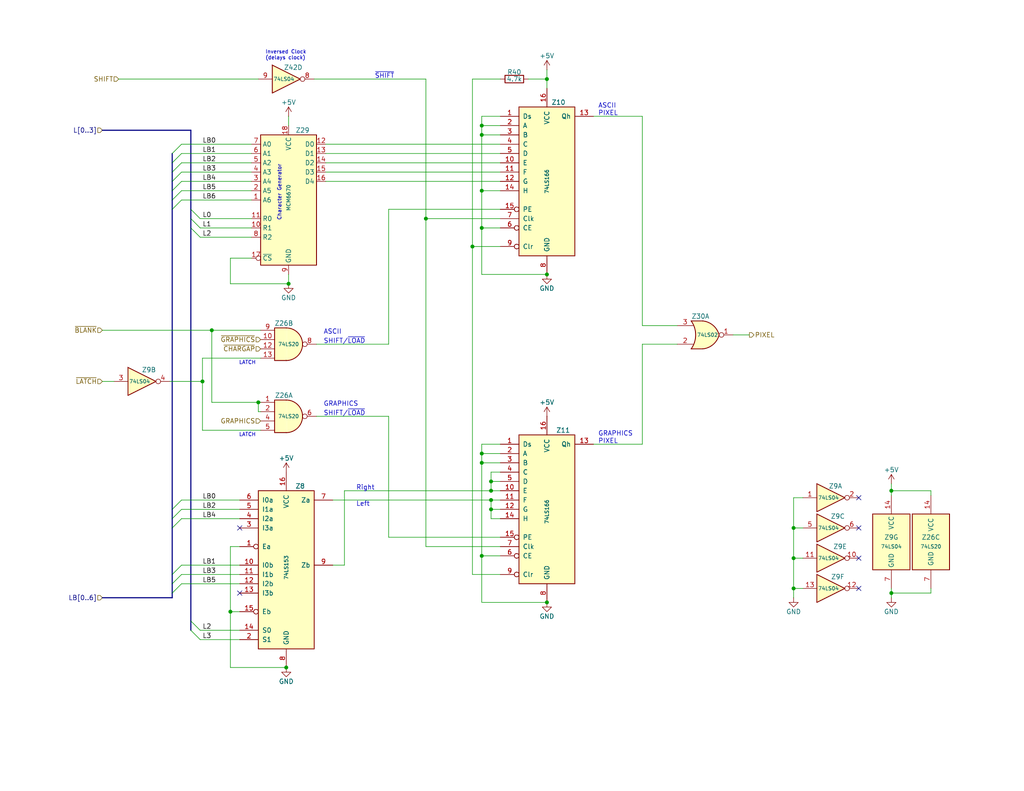
<source format=kicad_sch>
(kicad_sch (version 20231120) (generator "eeschema") (generator_version "8.0")
  (paper "USLetter")
  (title_block (title "TRS-80 Model I Rev A") (date "2024-11-20") (rev "E1A-A") (company "RetroStack - Marcel Erz") (comment 2 "Video generator for text and block graphics through 7th bit selection") (comment 4 "Video Generator"))
  (lib_symbols
    (symbol "74xx:74LS02" (pin_names (offset 1.016))
      (property "Reference" "U" (at 0 1.27 0))
      (property "Value" "74LS02" (at 0 -1.27 0))
      (symbol "74LS02_1_1"
        (arc (start -3.81 -3.81) (mid -2.589 0) (end -3.81 3.81) (stroke (width 0.254)))
        (arc (start -0.6096 -3.81) (mid 2.1842 -2.5851) (end 3.81 0) (stroke (width 0.254)) (fill (type background)))
        (polyline (pts (xy -3.81 -3.81) (xy -0.635 -3.81)) (stroke (width 0.254)) (fill (type background)))
        (polyline (pts (xy -3.81 3.81) (xy -0.635 3.81)) (stroke (width 0.254)) (fill (type background)))
        (polyline (pts (xy -0.635 3.81) (xy -3.81 3.81) (xy -3.81 3.81) (xy -3.556 3.4036) (xy -3.0226 2.2606) (xy -2.6924 1.0414) (xy -2.6162 -0.254) (xy -2.7686 -1.4986) (xy -3.175 -2.7178) (xy -3.81 -3.81) (xy -3.81 -3.81) (xy -0.635 -3.81)) (stroke (width -25.4)) (fill (type background)))
        (arc (start 3.81 0) (mid 2.1915 2.5936) (end -0.6096 3.81) (stroke (width 0.254)) (fill (type background)))
        (pin output inverted (at 7.62 0 180) (length 3.81) (name "~") (number "1"))
        (pin input line (at -7.62 2.54 0) (length 4.318) (name "~") (number "2"))
        (pin input line (at -7.62 -2.54 0) (length 4.318) (name "~") (number "3"))
      )
      (symbol "74LS02_1_2"
        (arc (start 0 -3.81) (mid 3.7934 0) (end 0 3.81) (stroke (width 0.254)) (fill (type background)))
        (polyline (pts (xy 0 3.81) (xy -3.81 3.81) (xy -3.81 -3.81) (xy 0 -3.81)) (stroke (width 0.254)) (fill (type background)))
        (pin output line (at 7.62 0 180) (length 3.81) (name "~") (number "1"))
        (pin input inverted (at -7.62 2.54 0) (length 3.81) (name "~") (number "2"))
        (pin input inverted (at -7.62 -2.54 0) (length 3.81) (name "~") (number "3"))
      )
      (symbol "74LS02_2_1"
        (arc (start -3.81 -3.81) (mid -2.589 0) (end -3.81 3.81) (stroke (width 0.254)))
        (arc (start -0.6096 -3.81) (mid 2.1842 -2.5851) (end 3.81 0) (stroke (width 0.254)) (fill (type background)))
        (polyline (pts (xy -3.81 -3.81) (xy -0.635 -3.81)) (stroke (width 0.254)) (fill (type background)))
        (polyline (pts (xy -3.81 3.81) (xy -0.635 3.81)) (stroke (width 0.254)) (fill (type background)))
        (polyline (pts (xy -0.635 3.81) (xy -3.81 3.81) (xy -3.81 3.81) (xy -3.556 3.4036) (xy -3.0226 2.2606) (xy -2.6924 1.0414) (xy -2.6162 -0.254) (xy -2.7686 -1.4986) (xy -3.175 -2.7178) (xy -3.81 -3.81) (xy -3.81 -3.81) (xy -0.635 -3.81)) (stroke (width -25.4)) (fill (type background)))
        (arc (start 3.81 0) (mid 2.1915 2.5936) (end -0.6096 3.81) (stroke (width 0.254)) (fill (type background)))
        (pin output inverted (at 7.62 0 180) (length 3.81) (name "~") (number "4"))
        (pin input line (at -7.62 2.54 0) (length 4.318) (name "~") (number "5"))
        (pin input line (at -7.62 -2.54 0) (length 4.318) (name "~") (number "6"))
      )
      (symbol "74LS02_2_2"
        (arc (start 0 -3.81) (mid 3.7934 0) (end 0 3.81) (stroke (width 0.254)) (fill (type background)))
        (polyline (pts (xy 0 3.81) (xy -3.81 3.81) (xy -3.81 -3.81) (xy 0 -3.81)) (stroke (width 0.254)) (fill (type background)))
        (pin output line (at 7.62 0 180) (length 3.81) (name "~") (number "4"))
        (pin input inverted (at -7.62 2.54 0) (length 3.81) (name "~") (number "5"))
        (pin input inverted (at -7.62 -2.54 0) (length 3.81) (name "~") (number "6"))
      )
      (symbol "74LS02_3_1"
        (arc (start -3.81 -3.81) (mid -2.589 0) (end -3.81 3.81) (stroke (width 0.254)))
        (arc (start -0.6096 -3.81) (mid 2.1842 -2.5851) (end 3.81 0) (stroke (width 0.254)) (fill (type background)))
        (polyline (pts (xy -3.81 -3.81) (xy -0.635 -3.81)) (stroke (width 0.254)) (fill (type background)))
        (polyline (pts (xy -3.81 3.81) (xy -0.635 3.81)) (stroke (width 0.254)) (fill (type background)))
        (polyline (pts (xy -0.635 3.81) (xy -3.81 3.81) (xy -3.81 3.81) (xy -3.556 3.4036) (xy -3.0226 2.2606) (xy -2.6924 1.0414) (xy -2.6162 -0.254) (xy -2.7686 -1.4986) (xy -3.175 -2.7178) (xy -3.81 -3.81) (xy -3.81 -3.81) (xy -0.635 -3.81)) (stroke (width -25.4)) (fill (type background)))
        (arc (start 3.81 0) (mid 2.1915 2.5936) (end -0.6096 3.81) (stroke (width 0.254)) (fill (type background)))
        (pin output inverted (at 7.62 0 180) (length 3.81) (name "~") (number "10"))
        (pin input line (at -7.62 2.54 0) (length 4.318) (name "~") (number "8"))
        (pin input line (at -7.62 -2.54 0) (length 4.318) (name "~") (number "9"))
      )
      (symbol "74LS02_3_2"
        (arc (start 0 -3.81) (mid 3.7934 0) (end 0 3.81) (stroke (width 0.254)) (fill (type background)))
        (polyline (pts (xy 0 3.81) (xy -3.81 3.81) (xy -3.81 -3.81) (xy 0 -3.81)) (stroke (width 0.254)) (fill (type background)))
        (pin output line (at 7.62 0 180) (length 3.81) (name "~") (number "10"))
        (pin input inverted (at -7.62 2.54 0) (length 3.81) (name "~") (number "8"))
        (pin input inverted (at -7.62 -2.54 0) (length 3.81) (name "~") (number "9"))
      )
      (symbol "74LS02_4_1"
        (arc (start -3.81 -3.81) (mid -2.589 0) (end -3.81 3.81) (stroke (width 0.254)))
        (arc (start -0.6096 -3.81) (mid 2.1842 -2.5851) (end 3.81 0) (stroke (width 0.254)) (fill (type background)))
        (polyline (pts (xy -3.81 -3.81) (xy -0.635 -3.81)) (stroke (width 0.254)) (fill (type background)))
        (polyline (pts (xy -3.81 3.81) (xy -0.635 3.81)) (stroke (width 0.254)) (fill (type background)))
        (polyline (pts (xy -0.635 3.81) (xy -3.81 3.81) (xy -3.81 3.81) (xy -3.556 3.4036) (xy -3.0226 2.2606) (xy -2.6924 1.0414) (xy -2.6162 -0.254) (xy -2.7686 -1.4986) (xy -3.175 -2.7178) (xy -3.81 -3.81) (xy -3.81 -3.81) (xy -0.635 -3.81)) (stroke (width -25.4)) (fill (type background)))
        (arc (start 3.81 0) (mid 2.1915 2.5936) (end -0.6096 3.81) (stroke (width 0.254)) (fill (type background)))
        (pin input line (at -7.62 2.54 0) (length 4.318) (name "~") (number "11"))
        (pin input line (at -7.62 -2.54 0) (length 4.318) (name "~") (number "12"))
        (pin output inverted (at 7.62 0 180) (length 3.81) (name "~") (number "13"))
      )
      (symbol "74LS02_4_2"
        (arc (start 0 -3.81) (mid 3.7934 0) (end 0 3.81) (stroke (width 0.254)) (fill (type background)))
        (polyline (pts (xy 0 3.81) (xy -3.81 3.81) (xy -3.81 -3.81) (xy 0 -3.81)) (stroke (width 0.254)) (fill (type background)))
        (pin input inverted (at -7.62 2.54 0) (length 3.81) (name "~") (number "11"))
        (pin input inverted (at -7.62 -2.54 0) (length 3.81) (name "~") (number "12"))
        (pin output line (at 7.62 0 180) (length 3.81) (name "~") (number "13"))
      )
      (symbol "74LS02_5_0"
        (pin power_in line (at 0 12.7 270) (length 5.08) (name "VCC") (number "14"))
        (pin power_in line (at 0 -12.7 90) (length 5.08) (name "GND") (number "7"))
      )
      (symbol "74LS02_5_1"
        (rectangle (start -5.08 7.62) (end 5.08 -7.62) (stroke (width 0.254)) (fill (type background)))
      )
    )
    (symbol "74xx:74LS04"
      (property "Reference" "U" (at 0 1.27 0))
      (property "Value" "74LS04" (at 0 -1.27 0))
      (symbol "74LS04_1_0"
        (polyline (pts (xy -3.81 3.81) (xy -3.81 -3.81) (xy 3.81 0) (xy -3.81 3.81)) (stroke (width 0.254)) (fill (type background)))
        (pin input line (at -7.62 0 0) (length 3.81) (name "~") (number "1"))
        (pin output inverted (at 7.62 0 180) (length 3.81) (name "~") (number "2"))
      )
      (symbol "74LS04_2_0"
        (polyline (pts (xy -3.81 3.81) (xy -3.81 -3.81) (xy 3.81 0) (xy -3.81 3.81)) (stroke (width 0.254)) (fill (type background)))
        (pin input line (at -7.62 0 0) (length 3.81) (name "~") (number "3"))
        (pin output inverted (at 7.62 0 180) (length 3.81) (name "~") (number "4"))
      )
      (symbol "74LS04_3_0"
        (polyline (pts (xy -3.81 3.81) (xy -3.81 -3.81) (xy 3.81 0) (xy -3.81 3.81)) (stroke (width 0.254)) (fill (type background)))
        (pin input line (at -7.62 0 0) (length 3.81) (name "~") (number "5"))
        (pin output inverted (at 7.62 0 180) (length 3.81) (name "~") (number "6"))
      )
      (symbol "74LS04_4_0"
        (polyline (pts (xy -3.81 3.81) (xy -3.81 -3.81) (xy 3.81 0) (xy -3.81 3.81)) (stroke (width 0.254)) (fill (type background)))
        (pin output inverted (at 7.62 0 180) (length 3.81) (name "~") (number "8"))
        (pin input line (at -7.62 0 0) (length 3.81) (name "~") (number "9"))
      )
      (symbol "74LS04_5_0"
        (polyline (pts (xy -3.81 3.81) (xy -3.81 -3.81) (xy 3.81 0) (xy -3.81 3.81)) (stroke (width 0.254)) (fill (type background)))
        (pin output inverted (at 7.62 0 180) (length 3.81) (name "~") (number "10"))
        (pin input line (at -7.62 0 0) (length 3.81) (name "~") (number "11"))
      )
      (symbol "74LS04_6_0"
        (polyline (pts (xy -3.81 3.81) (xy -3.81 -3.81) (xy 3.81 0) (xy -3.81 3.81)) (stroke (width 0.254)) (fill (type background)))
        (pin output inverted (at 7.62 0 180) (length 3.81) (name "~") (number "12"))
        (pin input line (at -7.62 0 0) (length 3.81) (name "~") (number "13"))
      )
      (symbol "74LS04_7_0"
        (pin power_in line (at 0 12.7 270) (length 5.08) (name "VCC") (number "14"))
        (pin power_in line (at 0 -12.7 90) (length 5.08) (name "GND") (number "7"))
      )
      (symbol "74LS04_7_1"
        (rectangle (start -5.08 7.62) (end 5.08 -7.62) (stroke (width 0.254)) (fill (type background)))
      )
    )
    (symbol "74xx:74LS153" (pin_names (offset 1.016))
      (property "Reference" "U" (at -7.62 21.59 0))
      (property "Value" "74LS153" (at -7.62 -24.13 0))
      (symbol "74LS153_1_0"
        (pin input inverted (at -12.7 5.08 0) (length 5.08) (name "Ea") (number "1"))
        (pin input line (at -12.7 0 0) (length 5.08) (name "I0b") (number "10"))
        (pin input line (at -12.7 -2.54 0) (length 5.08) (name "I1b") (number "11"))
        (pin input line (at -12.7 -5.08 0) (length 5.08) (name "I2b") (number "12"))
        (pin input line (at -12.7 -7.62 0) (length 5.08) (name "I3b") (number "13"))
        (pin input line (at -12.7 -17.78 0) (length 5.08) (name "S0") (number "14"))
        (pin input inverted (at -12.7 -12.7 0) (length 5.08) (name "Eb") (number "15"))
        (pin power_in line (at 0 25.4 270) (length 5.08) (name "VCC") (number "16"))
        (pin input line (at -12.7 -20.32 0) (length 5.08) (name "S1") (number "2"))
        (pin input line (at -12.7 10.16 0) (length 5.08) (name "I3a") (number "3"))
        (pin input line (at -12.7 12.7 0) (length 5.08) (name "I2a") (number "4"))
        (pin input line (at -12.7 15.24 0) (length 5.08) (name "I1a") (number "5"))
        (pin input line (at -12.7 17.78 0) (length 5.08) (name "I0a") (number "6"))
        (pin output line (at 12.7 17.78 180) (length 5.08) (name "Za") (number "7"))
        (pin power_in line (at 0 -27.94 90) (length 5.08) (name "GND") (number "8"))
        (pin output line (at 12.7 0 180) (length 5.08) (name "Zb") (number "9"))
      )
      (symbol "74LS153_1_1"
        (rectangle (start -7.62 20.32) (end 7.62 -22.86) (stroke (width 0.254)) (fill (type background)))
      )
    )
    (symbol "74xx:74LS166" (pin_names (offset 1.016))
      (property "Reference" "U" (at -7.62 21.59 0))
      (property "Value" "74LS166" (at -7.62 -21.59 0))
      (symbol "74LS166_1_0"
        (pin input line (at -12.7 17.78 0) (length 5.08) (name "Ds") (number "1"))
        (pin input line (at -12.7 5.08 0) (length 5.08) (name "E") (number "10"))
        (pin input line (at -12.7 2.54 0) (length 5.08) (name "F") (number "11"))
        (pin input line (at -12.7 0 0) (length 5.08) (name "G") (number "12"))
        (pin output line (at 12.7 17.78 180) (length 5.08) (name "Qh") (number "13"))
        (pin input line (at -12.7 -2.54 0) (length 5.08) (name "H") (number "14"))
        (pin input inverted (at -12.7 -7.62 0) (length 5.08) (name "PE") (number "15"))
        (pin power_in line (at 0 25.4 270) (length 5.08) (name "VCC") (number "16"))
        (pin input line (at -12.7 15.24 0) (length 5.08) (name "A") (number "2"))
        (pin input line (at -12.7 12.7 0) (length 5.08) (name "B") (number "3"))
        (pin input line (at -12.7 10.16 0) (length 5.08) (name "C") (number "4"))
        (pin input line (at -12.7 7.62 0) (length 5.08) (name "D") (number "5"))
        (pin input inverted (at -12.7 -12.7 0) (length 5.08) (name "CE") (number "6"))
        (pin input line (at -12.7 -10.16 0) (length 5.08) (name "Clk") (number "7"))
        (pin power_in line (at 0 -25.4 90) (length 5.08) (name "GND") (number "8"))
        (pin input inverted (at -12.7 -17.78 0) (length 5.08) (name "Clr") (number "9"))
      )
      (symbol "74LS166_1_1"
        (rectangle (start -7.62 20.32) (end 7.62 -20.32) (stroke (width 0.254)) (fill (type background)))
      )
    )
    (symbol "74xx:74LS20" (pin_names (offset 1.016))
      (property "Reference" "U" (at 0 1.27 0))
      (property "Value" "74LS20" (at 0 -1.27 0))
      (symbol "74LS20_1_1"
        (arc (start -0.635 -4.445) (mid 3.7907 0) (end -0.635 4.445) (stroke (width 0.254)) (fill (type background)))
        (polyline (pts (xy -0.635 4.445) (xy -3.81 4.445) (xy -3.81 -4.445) (xy -0.635 -4.445)) (stroke (width 0.254)) (fill (type background)))
        (pin input line (at -7.62 3.81 0) (length 3.81) (name "~") (number "1"))
        (pin input line (at -7.62 1.27 0) (length 3.81) (name "~") (number "2"))
        (pin input line (at -7.62 -1.27 0) (length 3.81) (name "~") (number "4"))
        (pin input line (at -7.62 -3.81 0) (length 3.81) (name "~") (number "5"))
        (pin output inverted (at 7.62 0 180) (length 3.81) (name "~") (number "6"))
      )
      (symbol "74LS20_1_2"
        (arc (start -3.81 -4.445) (mid -2.5908 0) (end -3.81 4.445) (stroke (width 0.254)))
        (arc (start -0.6096 -4.445) (mid 2.2246 -2.8422) (end 3.81 0) (stroke (width 0.254)) (fill (type background)))
        (polyline (pts (xy -3.81 -4.445) (xy -0.635 -4.445)) (stroke (width 0.254)) (fill (type background)))
        (polyline (pts (xy -3.81 4.445) (xy -0.635 4.445)) (stroke (width 0.254)) (fill (type background)))
        (polyline (pts (xy -0.635 4.445) (xy -3.81 4.445) (xy -3.81 4.445) (xy -3.6322 4.0894) (xy -3.0988 2.921) (xy -2.7686 1.6764) (xy -2.6162 0.4318) (xy -2.6416 -0.8636) (xy -2.8702 -2.1082) (xy -3.2512 -3.3274) (xy -3.81 -4.445) (xy -3.81 -4.445) (xy -0.635 -4.445)) (stroke (width -25.4)) (fill (type background)))
        (arc (start 3.81 0) (mid 2.2204 2.8379) (end -0.6096 4.445) (stroke (width 0.254)) (fill (type background)))
        (pin input inverted (at -7.62 3.81 0) (length 3.81) (name "~") (number "1"))
        (pin input inverted (at -7.62 1.27 0) (length 4.826) (name "~") (number "2"))
        (pin input inverted (at -7.62 -1.27 0) (length 4.826) (name "~") (number "4"))
        (pin input inverted (at -7.62 -3.81 0) (length 3.81) (name "~") (number "5"))
        (pin output line (at 7.62 0 180) (length 3.81) (name "~") (number "6"))
      )
      (symbol "74LS20_2_1"
        (arc (start -0.635 -4.445) (mid 3.7907 0) (end -0.635 4.445) (stroke (width 0.254)) (fill (type background)))
        (polyline (pts (xy -0.635 4.445) (xy -3.81 4.445) (xy -3.81 -4.445) (xy -0.635 -4.445)) (stroke (width 0.254)) (fill (type background)))
        (pin input line (at -7.62 1.27 0) (length 3.81) (name "~") (number "10"))
        (pin input line (at -7.62 -1.27 0) (length 3.81) (name "~") (number "12"))
        (pin input line (at -7.62 -3.81 0) (length 3.81) (name "~") (number "13"))
        (pin output inverted (at 7.62 0 180) (length 3.81) (name "~") (number "8"))
        (pin input line (at -7.62 3.81 0) (length 3.81) (name "~") (number "9"))
      )
      (symbol "74LS20_2_2"
        (arc (start -3.81 -4.445) (mid -2.5908 0) (end -3.81 4.445) (stroke (width 0.254)))
        (arc (start -0.6096 -4.445) (mid 2.2246 -2.8422) (end 3.81 0) (stroke (width 0.254)) (fill (type background)))
        (polyline (pts (xy -3.81 -4.445) (xy -0.635 -4.445)) (stroke (width 0.254)) (fill (type background)))
        (polyline (pts (xy -3.81 4.445) (xy -0.635 4.445)) (stroke (width 0.254)) (fill (type background)))
        (polyline (pts (xy -0.635 4.445) (xy -3.81 4.445) (xy -3.81 4.445) (xy -3.6322 4.0894) (xy -3.0988 2.921) (xy -2.7686 1.6764) (xy -2.6162 0.4318) (xy -2.6416 -0.8636) (xy -2.8702 -2.1082) (xy -3.2512 -3.3274) (xy -3.81 -4.445) (xy -3.81 -4.445) (xy -0.635 -4.445)) (stroke (width -25.4)) (fill (type background)))
        (arc (start 3.81 0) (mid 2.2204 2.8379) (end -0.6096 4.445) (stroke (width 0.254)) (fill (type background)))
        (pin input inverted (at -7.62 1.27 0) (length 4.826) (name "~") (number "10"))
        (pin input inverted (at -7.62 -1.27 0) (length 4.826) (name "~") (number "12"))
        (pin input inverted (at -7.62 -3.81 0) (length 3.81) (name "~") (number "13"))
        (pin output line (at 7.62 0 180) (length 3.81) (name "~") (number "8"))
        (pin input inverted (at -7.62 3.81 0) (length 3.81) (name "~") (number "9"))
      )
      (symbol "74LS20_3_0"
        (pin power_in line (at 0 12.7 270) (length 5.08) (name "VCC") (number "14"))
        (pin power_in line (at 0 -12.7 90) (length 5.08) (name "GND") (number "7"))
      )
      (symbol "74LS20_3_1"
        (rectangle (start -5.08 7.62) (end 5.08 -7.62) (stroke (width 0.254)) (fill (type background)))
      )
    )
    (symbol "Device:R" (pin_numbers hide) (pin_names (offset 0))
      (property "Reference" "R" (at 2.032 0 90))
      (property "Value" "R" (at 0 0 90))
      (symbol "R_0_1"
        (rectangle (start -1.016 -2.54) (end 1.016 2.54) (stroke (width 0.254)))
      )
      (symbol "R_1_1"
        (pin passive line (at 0 3.81 270) (length 1.27) (name "~") (number "1"))
        (pin passive line (at 0 -3.81 90) (length 1.27) (name "~") (number "2"))
      )
    )
    (symbol "RetroStackLibrary:MCM6670P"
      (property "Reference" "U" (at 0 0 0))
      (property "Value" "MCM6670" (at 0 0 0))
      (symbol "MCM6670P_1_1"
        (rectangle (start -7.62 -5.715) (end 7.62 -41.275) (stroke (width 0.254)) (fill (type background)))
        (pin input line (at -10.16 -23.495 0) (length 2.54) (name "A6") (number "1"))
        (pin input line (at -10.16 -31.115 0) (length 2.54) (name "R1") (number "10"))
        (pin input line (at -10.16 -28.575 0) (length 2.54) (name "R0") (number "11"))
        (pin output line (at 10.16 -8.255 180) (length 2.54) (name "D0") (number "12"))
        (pin output line (at 10.16 -10.795 180) (length 2.54) (name "D1") (number "13"))
        (pin output line (at 10.16 -13.335 180) (length 2.54) (name "D2") (number "14"))
        (pin output line (at 10.16 -15.875 180) (length 2.54) (name "D3") (number "15"))
        (pin output line (at 10.16 -18.415 180) (length 2.54) (name "D4") (number "16"))
        (pin input inverted (at -10.16 -39.37 0) (length 2.54) (name "~{CS}") (number "17"))
        (pin power_in line (at 0 -3.175 270) (length 2.54) (name "VCC") (number "18"))
        (pin input line (at -10.16 -20.955 0) (length 2.54) (name "A5") (number "2"))
        (pin input line (at -10.16 -18.415 0) (length 2.54) (name "A4") (number "3"))
        (pin input line (at -10.16 -15.875 0) (length 2.54) (name "A3") (number "4"))
        (pin input line (at -10.16 -13.335 0) (length 2.54) (name "A2") (number "5"))
        (pin input line (at -10.16 -10.795 0) (length 2.54) (name "A1") (number "6"))
        (pin input line (at -10.16 -8.255 0) (length 2.54) (name "A0") (number "7"))
        (pin input line (at -10.16 -33.655 0) (length 2.54) (name "R2") (number "8"))
        (pin power_in line (at 0 -43.815 90) (length 2.54) (name "GND") (number "9"))
      )
    )
    (symbol "power:+5V" (power) (pin_numbers hide) (pin_names (offset 0) hide)
      (property "Value" "+5V" (at 0 3.556 0))
      (symbol "+5V_0_1"
        (polyline (pts (xy -0.762 1.27) (xy 0 2.54)))
        (polyline (pts (xy 0 0) (xy 0 2.54)))
        (polyline (pts (xy 0 2.54) (xy 0.762 1.27)))
      )
      (symbol "+5V_1_1"
        (pin power_in line (at 0 0 90) (length 0) (name "~") (number "1"))
      )
    )
    (symbol "power:GND" (power) (pin_numbers hide) (pin_names (offset 0) hide)
      (property "Value" "GND" (at 0 -3.81 0))
      (symbol "GND_0_1"
        (polyline (pts (xy 0 0) (xy 0 -1.27) (xy 1.27 -1.27) (xy 0 -2.54) (xy -1.27 -1.27) (xy 0 -1.27)))
      )
      (symbol "GND_1_1"
        (pin power_in line (at 0 0 270) (length 0) (name "~") (number "1"))
      )
    )
  )
  (junction (at 57.785 90.17))
  (junction (at 133.985 133.985))
  (junction (at 131.445 36.83))
  (junction (at 55.245 104.14))
  (junction (at 78.74 77.47))
  (junction (at 216.535 144.145))
  (junction (at 131.445 34.29))
  (junction (at 62.865 167.005))
  (junction (at 216.535 152.4))
  (junction (at 131.445 126.365))
  (junction (at 149.225 74.93))
  (junction (at 243.205 133.985))
  (junction (at 133.985 136.525))
  (junction (at 216.535 160.655))
  (junction (at 243.205 161.925))
  (junction (at 78.105 182.245))
  (junction (at 133.985 131.445))
  (junction (at 131.445 52.07))
  (junction (at 70.485 109.855))
  (junction (at 131.445 62.23))
  (junction (at 116.205 59.69))
  (junction (at 131.445 151.765))
  (junction (at 131.445 123.825))
  (junction (at 149.225 164.465))
  (junction (at 133.985 139.065))
  (junction (at 128.905 67.31))
  (junction (at 149.225 21.59))
  (no_connect (at 65.405 161.925))
  (no_connect (at 234.315 135.89))
  (no_connect (at 234.315 144.145))
  (no_connect (at 234.315 160.655))
  (no_connect (at 65.405 144.145))
  (no_connect (at 234.315 152.4))
  (bus_entry (at 46.99 159.385) (size 2.54 -2.54))
  (bus_entry (at 46.99 52.07) (size 2.54 -2.54))
  (bus_entry (at 46.99 161.925) (size 2.54 -2.54))
  (bus_entry (at 46.99 156.845) (size 2.54 -2.54))
  (bus_entry (at 52.07 62.23) (size 2.54 2.54))
  (bus_entry (at 46.99 41.91) (size 2.54 -2.54))
  (bus_entry (at 52.07 172.085) (size 2.54 2.54))
  (bus_entry (at 46.99 46.99) (size 2.54 -2.54))
  (bus_entry (at 52.07 169.545) (size 2.54 2.54))
  (bus_entry (at 46.99 141.605) (size 2.54 -2.54))
  (bus_entry (at 52.07 57.15) (size 2.54 2.54))
  (bus_entry (at 46.99 57.15) (size 2.54 -2.54))
  (bus_entry (at 46.99 44.45) (size 2.54 -2.54))
  (bus_entry (at 46.99 49.53) (size 2.54 -2.54))
  (bus_entry (at 46.99 54.61) (size 2.54 -2.54))
  (bus_entry (at 46.99 139.065) (size 2.54 -2.54))
  (bus_entry (at 46.99 144.145) (size 2.54 -2.54))
  (bus_entry (at 52.07 59.69) (size 2.54 2.54))
  (wire (pts (xy 204.47 91.44) (xy 200.025 91.44)))
  (wire (pts (xy 175.26 88.9) (xy 175.26 31.75)))
  (wire (pts (xy 243.205 132.08) (xy 243.205 133.985)))
  (bus (pts (xy 52.07 62.23) (xy 52.07 169.545)))
  (wire (pts (xy 49.53 39.37) (xy 68.58 39.37)))
  (wire (pts (xy 55.245 117.475) (xy 55.245 104.14)))
  (wire (pts (xy 131.445 62.23) (xy 136.525 62.23)))
  (wire (pts (xy 54.61 62.23) (xy 68.58 62.23)))
  (wire (pts (xy 70.485 109.855) (xy 71.12 109.855)))
  (wire (pts (xy 161.925 31.75) (xy 175.26 31.75)))
  (wire (pts (xy 106.045 146.685) (xy 136.525 146.685)))
  (wire (pts (xy 131.445 151.765) (xy 136.525 151.765)))
  (wire (pts (xy 131.445 126.365) (xy 131.445 151.765)))
  (wire (pts (xy 175.26 93.98) (xy 175.26 121.285)))
  (bus (pts (xy 27.94 163.195) (xy 46.99 163.195)))
  (wire (pts (xy 85.725 21.59) (xy 116.205 21.59)))
  (wire (pts (xy 161.925 121.285) (xy 175.26 121.285)))
  (wire (pts (xy 136.525 128.905) (xy 133.985 128.905)))
  (wire (pts (xy 131.445 123.825) (xy 131.445 126.365)))
  (wire (pts (xy 133.985 141.605) (xy 133.985 139.065)))
  (wire (pts (xy 54.61 172.085) (xy 65.405 172.085)))
  (wire (pts (xy 216.535 144.145) (xy 219.075 144.145)))
  (wire (pts (xy 57.785 109.855) (xy 57.785 90.17)))
  (wire (pts (xy 136.525 141.605) (xy 133.985 141.605)))
  (wire (pts (xy 184.785 88.9) (xy 175.26 88.9)))
  (wire (pts (xy 88.9 44.45) (xy 136.525 44.45)))
  (wire (pts (xy 55.245 97.79) (xy 55.245 104.14)))
  (wire (pts (xy 106.045 57.15) (xy 136.525 57.15)))
  (wire (pts (xy 131.445 123.825) (xy 136.525 123.825)))
  (wire (pts (xy 106.045 113.665) (xy 106.045 146.685)))
  (wire (pts (xy 106.045 93.98) (xy 106.045 57.15)))
  (wire (pts (xy 54.61 174.625) (xy 65.405 174.625)))
  (wire (pts (xy 71.12 117.475) (xy 55.245 117.475)))
  (wire (pts (xy 131.445 52.07) (xy 136.525 52.07)))
  (wire (pts (xy 93.98 154.305) (xy 93.98 133.985)))
  (wire (pts (xy 133.985 139.065) (xy 136.525 139.065)))
  (wire (pts (xy 216.535 163.195) (xy 216.535 160.655)))
  (wire (pts (xy 133.985 139.065) (xy 133.985 136.525)))
  (wire (pts (xy 27.94 90.17) (xy 57.785 90.17)))
  (wire (pts (xy 136.525 131.445) (xy 133.985 131.445)))
  (wire (pts (xy 49.53 54.61) (xy 68.58 54.61)))
  (bus (pts (xy 46.99 159.385) (xy 46.99 161.925)))
  (wire (pts (xy 49.53 136.525) (xy 65.405 136.525)))
  (bus (pts (xy 46.99 139.065) (xy 46.99 141.605)))
  (wire (pts (xy 254 133.985) (xy 243.205 133.985)))
  (wire (pts (xy 128.905 21.59) (xy 128.905 67.31)))
  (wire (pts (xy 149.225 21.59) (xy 149.225 24.13)))
  (wire (pts (xy 116.205 149.225) (xy 136.525 149.225)))
  (wire (pts (xy 62.865 182.245) (xy 78.105 182.245)))
  (wire (pts (xy 32.385 21.59) (xy 70.485 21.59)))
  (wire (pts (xy 49.53 52.07) (xy 68.58 52.07)))
  (wire (pts (xy 216.535 144.145) (xy 216.535 152.4)))
  (wire (pts (xy 136.525 21.59) (xy 128.905 21.59)))
  (wire (pts (xy 131.445 34.29) (xy 136.525 34.29)))
  (wire (pts (xy 62.865 70.485) (xy 68.58 70.485)))
  (wire (pts (xy 131.445 126.365) (xy 136.525 126.365)))
  (bus (pts (xy 46.99 49.53) (xy 46.99 52.07)))
  (wire (pts (xy 131.445 52.07) (xy 131.445 62.23)))
  (wire (pts (xy 71.12 97.79) (xy 55.245 97.79)))
  (bus (pts (xy 52.07 59.69) (xy 52.07 57.15)))
  (wire (pts (xy 136.525 31.75) (xy 131.445 31.75)))
  (wire (pts (xy 49.53 154.305) (xy 65.405 154.305)))
  (wire (pts (xy 216.535 135.89) (xy 216.535 144.145)))
  (wire (pts (xy 49.53 141.605) (xy 65.405 141.605)))
  (wire (pts (xy 90.805 136.525) (xy 133.985 136.525)))
  (wire (pts (xy 144.145 21.59) (xy 149.225 21.59)))
  (wire (pts (xy 219.075 135.89) (xy 216.535 135.89)))
  (bus (pts (xy 46.99 144.145) (xy 46.99 156.845)))
  (wire (pts (xy 131.445 62.23) (xy 131.445 74.93)))
  (wire (pts (xy 86.36 93.98) (xy 106.045 93.98)))
  (wire (pts (xy 93.98 133.985) (xy 133.985 133.985)))
  (wire (pts (xy 116.205 59.69) (xy 116.205 149.225)))
  (wire (pts (xy 184.785 93.98) (xy 175.26 93.98)))
  (wire (pts (xy 131.445 34.29) (xy 131.445 36.83)))
  (wire (pts (xy 49.53 156.845) (xy 65.405 156.845)))
  (bus (pts (xy 27.94 35.56) (xy 52.07 35.56)))
  (bus (pts (xy 46.99 46.99) (xy 46.99 49.53)))
  (wire (pts (xy 116.205 59.69) (xy 136.525 59.69)))
  (wire (pts (xy 46.355 104.14) (xy 55.245 104.14)))
  (wire (pts (xy 133.985 128.905) (xy 133.985 131.445)))
  (wire (pts (xy 216.535 152.4) (xy 216.535 160.655)))
  (wire (pts (xy 131.445 164.465) (xy 149.225 164.465)))
  (bus (pts (xy 46.99 141.605) (xy 46.99 144.145)))
  (wire (pts (xy 54.61 59.69) (xy 68.58 59.69)))
  (wire (pts (xy 131.445 121.285) (xy 131.445 123.825)))
  (wire (pts (xy 88.9 49.53) (xy 136.525 49.53)))
  (wire (pts (xy 62.865 70.485) (xy 62.865 77.47)))
  (bus (pts (xy 46.99 57.15) (xy 46.99 139.065)))
  (wire (pts (xy 216.535 160.655) (xy 219.075 160.655)))
  (wire (pts (xy 62.865 77.47) (xy 78.74 77.47)))
  (bus (pts (xy 52.07 169.545) (xy 52.07 172.085)))
  (wire (pts (xy 116.205 21.59) (xy 116.205 59.69)))
  (wire (pts (xy 133.985 136.525) (xy 136.525 136.525)))
  (wire (pts (xy 136.525 121.285) (xy 131.445 121.285)))
  (wire (pts (xy 243.205 161.925) (xy 243.205 163.195)))
  (wire (pts (xy 62.865 149.225) (xy 62.865 167.005)))
  (wire (pts (xy 136.525 133.985) (xy 133.985 133.985)))
  (wire (pts (xy 71.12 112.395) (xy 70.485 112.395)))
  (wire (pts (xy 131.445 74.93) (xy 149.225 74.93)))
  (bus (pts (xy 46.99 44.45) (xy 46.99 46.99)))
  (bus (pts (xy 52.07 62.23) (xy 52.07 59.69)))
  (wire (pts (xy 88.9 41.91) (xy 136.525 41.91)))
  (wire (pts (xy 254 161.925) (xy 243.205 161.925)))
  (wire (pts (xy 128.905 156.845) (xy 136.525 156.845)))
  (wire (pts (xy 254 135.255) (xy 254 133.985)))
  (wire (pts (xy 62.865 167.005) (xy 62.865 182.245)))
  (wire (pts (xy 49.53 159.385) (xy 65.405 159.385)))
  (bus (pts (xy 46.99 161.925) (xy 46.99 163.195)))
  (wire (pts (xy 86.36 113.665) (xy 106.045 113.665)))
  (wire (pts (xy 131.445 151.765) (xy 131.445 164.465)))
  (wire (pts (xy 243.205 160.655) (xy 243.205 161.925)))
  (wire (pts (xy 131.445 31.75) (xy 131.445 34.29)))
  (wire (pts (xy 31.115 104.14) (xy 27.94 104.14)))
  (wire (pts (xy 70.485 112.395) (xy 70.485 109.855)))
  (wire (pts (xy 49.53 139.065) (xy 65.405 139.065)))
  (wire (pts (xy 131.445 36.83) (xy 131.445 52.07)))
  (bus (pts (xy 46.99 156.845) (xy 46.99 159.385)))
  (wire (pts (xy 128.905 67.31) (xy 136.525 67.31)))
  (wire (pts (xy 216.535 152.4) (xy 219.075 152.4)))
  (wire (pts (xy 243.205 133.985) (xy 243.205 135.255)))
  (bus (pts (xy 46.99 52.07) (xy 46.99 54.61)))
  (wire (pts (xy 57.785 90.17) (xy 71.12 90.17)))
  (wire (pts (xy 131.445 36.83) (xy 136.525 36.83)))
  (wire (pts (xy 70.485 109.855) (xy 57.785 109.855)))
  (wire (pts (xy 90.805 154.305) (xy 93.98 154.305)))
  (wire (pts (xy 88.9 39.37) (xy 136.525 39.37)))
  (wire (pts (xy 78.74 31.75) (xy 78.74 34.29)))
  (wire (pts (xy 54.61 64.77) (xy 68.58 64.77)))
  (wire (pts (xy 149.225 19.05) (xy 149.225 21.59)))
  (bus (pts (xy 52.07 57.15) (xy 52.07 35.56)))
  (wire (pts (xy 254 160.655) (xy 254 161.925)))
  (bus (pts (xy 46.99 41.91) (xy 46.99 44.45)))
  (wire (pts (xy 78.74 74.93) (xy 78.74 77.47)))
  (bus (pts (xy 46.99 54.61) (xy 46.99 57.15)))
  (wire (pts (xy 49.53 46.99) (xy 68.58 46.99)))
  (wire (pts (xy 133.985 133.985) (xy 133.985 131.445)))
  (wire (pts (xy 65.405 149.225) (xy 62.865 149.225)))
  (wire (pts (xy 49.53 41.91) (xy 68.58 41.91)))
  (wire (pts (xy 49.53 49.53) (xy 68.58 49.53)))
  (wire (pts (xy 128.905 67.31) (xy 128.905 156.845)))
  (wire (pts (xy 49.53 44.45) (xy 68.58 44.45)))
  (wire (pts (xy 88.9 46.99) (xy 136.525 46.99)))
  (wire (pts (xy 62.865 167.005) (xy 65.405 167.005)))
  (text "ASCII" (at 88.265 91.44 0) (effects (font (size 1.27 1.27)) (justify left bottom)))
  (text "SHIFT/~{LOAD}" (at 88.265 113.665 0) (effects (font (size 1.27 1.27)) (justify left bottom)))
  (text "LATCH" (at 69.85 99.695 0) (effects (font (size 1 1)) (justify right bottom)))
  (text "Right" (at 97.155 133.985 0) (effects (font (size 1.27 1.27)) (justify left bottom)))
  (text "GRAPHICS\nPIXEL" (at 163.195 121.285 0) (effects (font (size 1.27 1.27)) (justify left bottom)))
  (text "Left" (at 97.155 138.43 0) (effects (font (size 1.27 1.27)) (justify left bottom)))
  (text "LATCH" (at 69.85 119.38 0) (effects (font (size 1 1)) (justify right bottom)))
  (text "SHIFT/~{LOAD}" (at 88.265 93.98 0) (effects (font (size 1.27 1.27)) (justify left bottom)))
  (text "Character Generator" (at 76.835 60.325 90) (effects (font (size 1 1)) (justify left bottom)))
  (text "GRAPHICS" (at 88.265 111.125 0) (effects (font (size 1.27 1.27)) (justify left bottom)))
  (text "~{SHIFT}" (at 102.235 21.59 0) (effects (font (size 1.27 1.27)) (justify left bottom)))
  (text "ASCII\nPIXEL" (at 163.195 31.75 0) (effects (font (size 1.27 1.27)) (justify left bottom)))
  (text "Inversed Clock\n(delays clock)" (at 72.39 16.51 0) (effects (font (size 1 1)) (justify left bottom)))
  (label "LB3" (at 55.245 156.845 0))
  (label "LB2" (at 55.245 139.065 0))
  (label "LB6" (at 55.245 54.61 0))
  (label "LB0" (at 55.245 39.37 0))
  (label "LB0" (at 55.245 136.525 0))
  (label "LB4" (at 55.245 141.605 0))
  (label "LB4" (at 55.245 49.53 0))
  (label "L2" (at 55.245 64.77 0))
  (label "LB1" (at 55.245 154.305 0))
  (label "L1" (at 55.245 62.23 0))
  (label "LB3" (at 55.245 46.99 0))
  (label "L2" (at 55.245 172.085 0))
  (label "L3" (at 55.245 174.625 0))
  (label "LB2" (at 55.245 44.45 0))
  (label "LB5" (at 55.245 159.385 0))
  (label "LB1" (at 55.245 41.91 0))
  (label "L0" (at 55.245 59.69 0))
  (label "LB5" (at 55.245 52.07 0))
  (hierarchical_label "L[0..3]" (shape input) (at 27.94 35.56 180))
  (hierarchical_label "~{BLANK}" (shape input) (at 27.94 90.17 180))
  (hierarchical_label "GRAPHICS" (shape input) (at 71.12 114.935 180))
  (hierarchical_label "LB[0..6]" (shape input) (at 27.94 163.195 180))
  (hierarchical_label "~{CHARGAP}" (shape input) (at 71.12 95.25 180))
  (hierarchical_label "SHIFT" (shape input) (at 32.385 21.59 180))
  (hierarchical_label "~{GRAPHICS}" (shape input) (at 71.12 92.71 180))
  (hierarchical_label "~{LATCH}" (shape input) (at 27.94 104.14 180))
  (hierarchical_label "PIXEL" (shape output) (at 204.47 91.44 0))
  (symbol (lib_id "74xx:74LS04") (at 226.695 152.4 0) (unit 5)
    (property "Reference" "Z9" (at 229.235 149.225 0))
    (property "Value" "74LS04" (at 226.06 152.4 0) (effects (font (size 1 1))))
    (property "Footprint" "RetroStackLibrary:TRS80_Model_I_DIP14" (effects (hide yes)))
    (property "Datasheet" "http://www.ti.com/lit/gpn/sn74LS04" (effects (hide yes)))
  )
  (symbol (lib_id "power:+5V") (at 149.225 19.05 0) (unit 1)
    (property "Reference" "#PWR059" (effects (hide yes)))
    (property "Value" "+5V" (at 149.225 15.24 0))
    (property "Description" "Power symbol creates a global label with name \"+5V\"" (effects (hide yes)))
  )
  (symbol (lib_id "74xx:74LS04") (at 38.735 104.14 0) (unit 2)
    (property "Reference" "Z9" (at 40.64 100.965 0))
    (property "Value" "74LS04" (at 38.1 104.14 0) (effects (font (size 1 1))))
    (property "Footprint" "RetroStackLibrary:TRS80_Model_I_DIP14" (effects (hide yes)))
    (property "Datasheet" "http://www.ti.com/lit/gpn/sn74LS04" (effects (hide yes)))
  )
  (symbol (lib_id "74xx:74LS04") (at 226.695 144.145 0) (unit 3)
    (property "Reference" "Z9" (at 228.6 140.97 0))
    (property "Value" "74LS04" (at 226.06 144.145 0) (effects (font (size 1 1))))
    (property "Footprint" "RetroStackLibrary:TRS80_Model_I_DIP14" (effects (hide yes)))
    (property "Datasheet" "http://www.ti.com/lit/gpn/sn74LS04" (effects (hide yes)))
  )
  (symbol (lib_id "power:GND") (at 149.225 74.93 0) (unit 1)
    (property "Reference" "#PWR060" (effects (hide yes)))
    (property "Value" "GND" (at 149.225 78.74 0))
    (property "Description" "Power symbol creates a global label with name \"GND\" , ground" (effects (hide yes)))
  )
  (symbol (lib_id "74xx:74LS02") (at 192.405 91.44 0) (mirror x) (unit 1)
    (property "Reference" "Z30" (at 191.135 86.36 0))
    (property "Value" "74LS02" (at 193.04 91.44 0) (effects (font (size 1 1))))
    (property "Footprint" "RetroStackLibrary:TRS80_Model_I_DIP14" (effects (hide yes)))
    (property "Datasheet" "http://www.ti.com/lit/gpn/sn74ls02" (effects (hide yes)))
  )
  (symbol (lib_id "power:GND") (at 243.205 163.195 0) (unit 1)
    (property "Reference" "#PWR065" (effects (hide yes)))
    (property "Value" "GND" (at 243.205 167.005 0))
    (property "Description" "Power symbol creates a global label with name \"GND\" , ground" (effects (hide yes)))
  )
  (symbol (lib_id "Device:R") (at 140.335 21.59 90) (unit 1)
    (property "Reference" "R40" (at 140.335 19.685 90))
    (property "Value" "4.7k" (at 140.335 21.59 90))
    (property "Footprint" "RetroStackLibrary:TRS80_Model_I_R_0.25W" (effects (hide yes)))
  )
  (symbol (lib_id "power:GND") (at 78.74 77.47 0) (unit 1)
    (property "Reference" "#PWR056" (effects (hide yes)))
    (property "Value" "GND" (at 78.74 81.28 0))
    (property "Description" "Power symbol creates a global label with name \"GND\" , ground" (effects (hide yes)))
  )
  (symbol (lib_id "74xx:74LS04") (at 78.105 21.59 0) (unit 4)
    (property "Reference" "Z42" (at 80.01 18.415 0))
    (property "Value" "74LS04" (at 77.47 21.59 0) (effects (font (size 1 1))))
    (property "Footprint" "RetroStackLibrary:TRS80_Model_I_DIP14" (effects (hide yes)))
    (property "Datasheet" "http://www.ti.com/lit/gpn/sn74LS04" (effects (hide yes)))
    (instances (project "Replica" (path "" (reference "Z42") (unit 4))) (project "TRS80_Model_I_G_E1" (path "" (reference "Z9") (unit 4))))
  )
  (symbol (lib_id "power:GND") (at 216.535 163.195 0) (unit 1)
    (property "Reference" "#PWR063" (effects (hide yes)))
    (property "Value" "GND" (at 216.535 167.005 0))
    (property "Description" "Power symbol creates a global label with name \"GND\" , ground" (effects (hide yes)))
  )
  (symbol (lib_id "74xx:74LS04") (at 226.695 135.89 0) (unit 1)
    (property "Reference" "Z9" (at 227.965 132.715 0))
    (property "Value" "74LS04" (at 226.06 135.89 0) (effects (font (size 1 1))))
    (property "Footprint" "RetroStackLibrary:TRS80_Model_I_DIP14" (effects (hide yes)))
    (property "Datasheet" "http://www.ti.com/lit/gpn/sn74LS04" (effects (hide yes)))
  )
  (symbol (lib_id "74xx:74LS20") (at 78.74 113.665 0) (unit 1)
    (property "Reference" "Z26" (at 77.47 107.95 0))
    (property "Value" "74LS20" (at 78.74 113.665 0) (effects (font (size 1 1))))
    (property "Footprint" "RetroStackLibrary:TRS80_Model_I_DIP14" (effects (hide yes)))
    (property "Datasheet" "http://www.ti.com/lit/gpn/sn74LS20" (effects (hide yes)))
  )
  (symbol (lib_id "74xx:74LS153") (at 78.105 154.305 0) (unit 1)
    (property "Reference" "Z8" (at 81.915 132.715 0))
    (property "Value" "74LS153" (at 78.105 154.94 90) (effects (font (size 1 1))))
    (property "Footprint" "RetroStackLibrary:TRS80_Model_I_DIP16" (effects (hide yes)))
    (property "Datasheet" "http://www.ti.com/lit/gpn/sn74LS153" (effects (hide yes)))
  )
  (symbol (lib_id "74xx:74LS166") (at 149.225 49.53 0) (unit 1)
    (property "Reference" "Z10" (at 152.4 27.94 0))
    (property "Value" "74LS166" (at 149.225 49.53 90) (effects (font (size 1 1))))
    (property "Footprint" "RetroStackLibrary:TRS80_Model_I_DIP16" (effects (hide yes)))
    (property "Datasheet" "http://www.ti.com/lit/gpn/sn74LS166" (effects (hide yes)))
  )
  (symbol (lib_id "power:GND") (at 78.105 182.245 0) (unit 1)
    (property "Reference" "#PWR058" (effects (hide yes)))
    (property "Value" "GND" (at 78.105 186.055 0))
    (property "Description" "Power symbol creates a global label with name \"GND\" , ground" (effects (hide yes)))
  )
  (symbol (lib_id "power:GND") (at 149.225 164.465 0) (unit 1)
    (property "Reference" "#PWR062" (effects (hide yes)))
    (property "Value" "GND" (at 149.225 168.275 0))
    (property "Description" "Power symbol creates a global label with name \"GND\" , ground" (effects (hide yes)))
  )
  (symbol (lib_id "power:+5V") (at 78.74 31.75 0) (unit 1)
    (property "Reference" "#PWR055" (effects (hide yes)))
    (property "Value" "+5V" (at 78.74 27.94 0))
    (property "Description" "Power symbol creates a global label with name \"+5V\"" (effects (hide yes)))
  )
  (symbol (lib_id "74xx:74LS20") (at 78.74 93.98 0) (unit 2)
    (property "Reference" "Z26" (at 77.47 88.265 0))
    (property "Value" "74LS20" (at 78.74 93.98 0) (effects (font (size 1 1))))
    (property "Footprint" "RetroStackLibrary:TRS80_Model_I_DIP14" (effects (hide yes)))
    (property "Datasheet" "http://www.ti.com/lit/gpn/sn74LS20" (effects (hide yes)))
  )
  (symbol (lib_id "power:+5V") (at 78.105 128.905 0) (unit 1)
    (property "Reference" "#PWR057" (effects (hide yes)))
    (property "Value" "+5V" (at 78.105 125.095 0))
    (property "Description" "Power symbol creates a global label with name \"+5V\"" (effects (hide yes)))
  )
  (symbol (lib_id "power:+5V") (at 149.225 113.665 0) (unit 1)
    (property "Reference" "#PWR061" (effects (hide yes)))
    (property "Value" "+5V" (at 149.225 109.855 0))
    (property "Description" "Power symbol creates a global label with name \"+5V\"" (effects (hide yes)))
  )
  (symbol (lib_id "power:+5V") (at 243.205 132.08 0) (unit 1)
    (property "Reference" "#PWR064" (effects (hide yes)))
    (property "Value" "+5V" (at 243.205 128.27 0))
    (property "Description" "Power symbol creates a global label with name \"+5V\"" (effects (hide yes)))
  )
  (symbol (lib_id "74xx:74LS20") (at 254 147.955 0) (unit 3)
    (property "Reference" "Z26" (at 254 146.685 0))
    (property "Value" "74LS20" (at 254 149.225 0) (effects (font (size 1 1))))
    (property "Footprint" "RetroStackLibrary:TRS80_Model_I_DIP14" (effects (hide yes)))
    (property "Datasheet" "http://www.ti.com/lit/gpn/sn74LS20" (effects (hide yes)))
  )
  (symbol (lib_id "74xx:74LS04") (at 243.205 147.955 0) (unit 7)
    (property "Reference" "Z9" (at 243.205 146.685 0))
    (property "Value" "74LS04" (at 243.205 149.225 0) (effects (font (size 1 1))))
    (property "Footprint" "RetroStackLibrary:TRS80_Model_I_DIP14" (effects (hide yes)))
    (property "Datasheet" "http://www.ti.com/lit/gpn/sn74LS04" (effects (hide yes)))
  )
  (symbol (lib_id "74xx:74LS166") (at 149.225 139.065 0) (unit 1)
    (property "Reference" "Z11" (at 153.67 117.475 0))
    (property "Value" "74LS166" (at 149.225 139.7 90) (effects (font (size 1 1))))
    (property "Footprint" "RetroStackLibrary:TRS80_Model_I_DIP16" (effects (hide yes)))
    (property "Datasheet" "http://www.ti.com/lit/gpn/sn74LS166" (effects (hide yes)))
  )
  (symbol (lib_id "RetroStackLibrary:MCM6670P") (at 78.74 31.115 0) (unit 1)
    (property "Reference" "Z29" (at 80.645 35.56 0) (effects (justify left)))
    (property "Value" "MCM6670" (at 78.74 53.975 90) (effects (font (size 1 1))))
    (property "Footprint" "RetroStackLibrary:TRS80_Model_I_DIP18" (effects (hide yes)))
  )
  (symbol (lib_id "74xx:74LS04") (at 226.695 160.655 0) (unit 6)
    (property "Reference" "Z9" (at 228.6 157.48 0))
    (property "Value" "74LS04" (at 226.06 160.655 0) (effects (font (size 1 1))))
    (property "Footprint" "RetroStackLibrary:TRS80_Model_I_DIP14" (effects (hide yes)))
    (property "Datasheet" "http://www.ti.com/lit/gpn/sn74LS04" (effects (hide yes)))
  )
)
</source>
